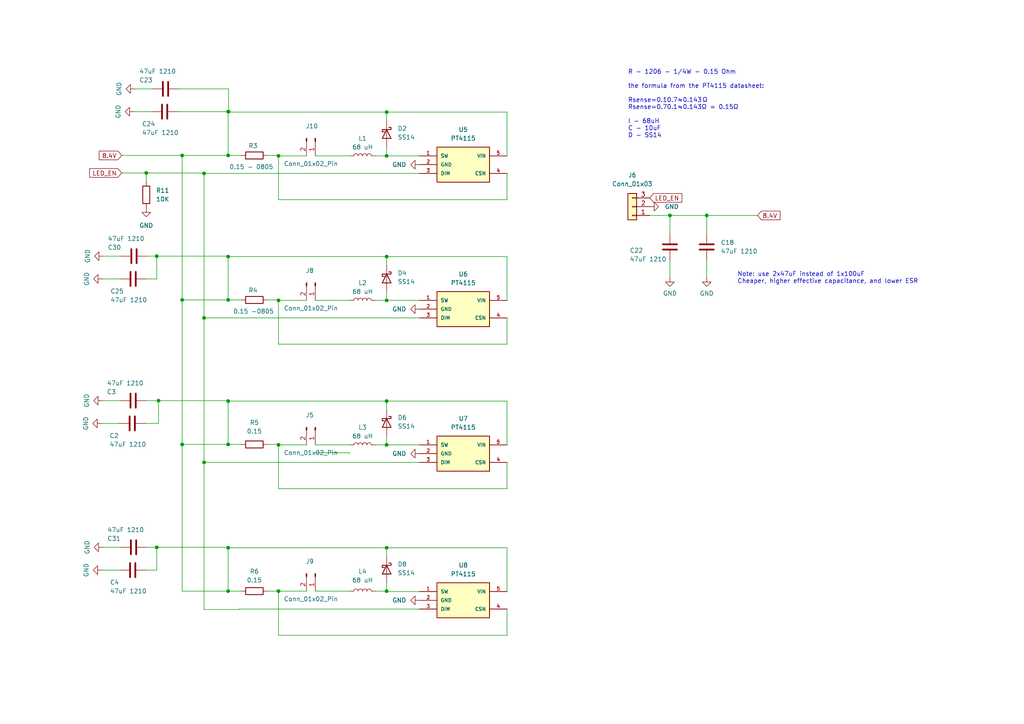
<source format=kicad_sch>
(kicad_sch (version 20230121) (generator eeschema)
  (paper "A4")
  (title_block (title "OpenActionCam") (date "2025-04-10") (rev "0.2") (company "KBader94") (comment 1 "https://github.com/kbader94/OpenActionCam"))
  (lib_symbols
    (symbol "Connector:Conn_01x02_Pin" (pin_names (offset 1.016) hide)
      (property "Reference" "J" (at 0 2.54 0))
      (property "Value" "Conn_01x02_Pin" (at 0 -5.08 0))
      (symbol "Conn_01x02_Pin_1_1"
        (polyline (pts (xy 1.27 -2.54) (xy 0.8636 -2.54)) (stroke (width 0.1524)))
        (polyline (pts (xy 1.27 0) (xy 0.8636 0)) (stroke (width 0.1524)))
        (rectangle (start 0.8636 -2.413) (end 0 -2.667) (stroke (width 0.1524)) (fill (type outline)))
        (rectangle (start 0.8636 0.127) (end 0 -0.127) (stroke (width 0.1524)) (fill (type outline)))
        (pin passive line (at 5.08 0 180) (length 3.81) (name "Pin_1") (number "1"))
        (pin passive line (at 5.08 -2.54 180) (length 3.81) (name "Pin_2") (number "2"))
      )
    )
    (symbol "Connector_Generic:Conn_01x03" (pin_names (offset 1.016) hide)
      (property "Reference" "J" (at 0 5.08 0))
      (property "Value" "Conn_01x03" (at 0 -5.08 0))
      (symbol "Conn_01x03_1_1"
        (rectangle (start -1.27 -2.413) (end 0 -2.667) (stroke (width 0.1524)))
        (rectangle (start -1.27 0.127) (end 0 -0.127) (stroke (width 0.1524)))
        (rectangle (start -1.27 2.667) (end 0 2.413) (stroke (width 0.1524)))
        (rectangle (start -1.27 3.81) (end 1.27 -3.81) (stroke (width 0.254)) (fill (type background)))
        (pin passive line (at -5.08 2.54 0) (length 3.81) (name "Pin_1") (number "1"))
        (pin passive line (at -5.08 0 0) (length 3.81) (name "Pin_2") (number "2"))
        (pin passive line (at -5.08 -2.54 0) (length 3.81) (name "Pin_3") (number "3"))
      )
    )
    (symbol "Device:C" (pin_numbers hide) (pin_names (offset 0.254))
      (property "Reference" "C" (at 0.635 2.54 0))
      (property "Value" "C" (at 0.635 -2.54 0))
      (symbol "C_0_1"
        (polyline (pts (xy -2.032 -0.762) (xy 2.032 -0.762)) (stroke (width 0.508)))
        (polyline (pts (xy -2.032 0.762) (xy 2.032 0.762)) (stroke (width 0.508)))
      )
      (symbol "C_1_1"
        (pin passive line (at 0 3.81 270) (length 2.794) (name "~") (number "1"))
        (pin passive line (at 0 -3.81 90) (length 2.794) (name "~") (number "2"))
      )
    )
    (symbol "Device:D_Schottky" (pin_numbers hide) (pin_names (offset 1.016) hide)
      (property "Reference" "D" (at 0 2.54 0))
      (property "Value" "D_Schottky" (at 0 -2.54 0))
      (symbol "D_Schottky_0_1"
        (polyline (pts (xy 1.27 0) (xy -1.27 0)))
        (polyline (pts (xy 1.27 1.27) (xy 1.27 -1.27) (xy -1.27 0) (xy 1.27 1.27)) (stroke (width 0.254)))
        (polyline (pts (xy -1.905 0.635) (xy -1.905 1.27) (xy -1.27 1.27) (xy -1.27 -1.27) (xy -0.635 -1.27) (xy -0.635 -0.635)) (stroke (width 0.254)))
      )
      (symbol "D_Schottky_1_1"
        (pin passive line (at -3.81 0 0) (length 2.54) (name "K") (number "1"))
        (pin passive line (at 3.81 0 180) (length 2.54) (name "A") (number "2"))
      )
    )
    (symbol "Device:L" (pin_numbers hide) (pin_names (offset 1.016) hide)
      (property "Reference" "L" (at -1.27 0 90))
      (property "Value" "L" (at 1.905 0 90))
      (symbol "L_0_1"
        (arc (start 0 -2.54) (mid 0.6323 -1.905) (end 0 -1.27))
        (arc (start 0 -1.27) (mid 0.6323 -0.635) (end 0 0))
        (arc (start 0 0) (mid 0.6323 0.635) (end 0 1.27))
        (arc (start 0 1.27) (mid 0.6323 1.905) (end 0 2.54))
      )
      (symbol "L_1_1"
        (pin passive line (at 0 3.81 270) (length 1.27) (name "1") (number "1"))
        (pin passive line (at 0 -3.81 90) (length 1.27) (name "2") (number "2"))
      )
    )
    (symbol "Device:R" (pin_numbers hide) (pin_names (offset 0))
      (property "Reference" "R" (at 2.032 0 90))
      (property "Value" "R" (at 0 0 90))
      (symbol "R_0_1"
        (rectangle (start -1.016 -2.54) (end 1.016 2.54) (stroke (width 0.254)))
      )
      (symbol "R_1_1"
        (pin passive line (at 0 3.81 270) (length 1.27) (name "~") (number "1"))
        (pin passive line (at 0 -3.81 90) (length 1.27) (name "~") (number "2"))
      )
    )
    (symbol "PT4115:PT4115" (pin_names (offset 1.016))
      (property "Reference" "U" (at 0 0 0))
      (property "Value" "PT4115" (at 0 0 0))
      (symbol "PT4115_0_0"
        (rectangle (start -7.62 -5.08) (end 7.62 5.08) (stroke (width 0.254)) (fill (type background)))
        (pin bidirectional line (at -12.7 2.54 0) (length 5.08) (name "SW") (number "1"))
        (pin bidirectional line (at -12.7 0 0) (length 5.08) (name "GND") (number "2"))
        (pin bidirectional line (at -12.7 -2.54 0) (length 5.08) (name "DIM") (number "3"))
        (pin bidirectional line (at 12.7 -2.54 180) (length 5.08) (name "CSN") (number "4"))
        (pin bidirectional line (at 12.7 2.54 180) (length 5.08) (name "VIN") (number "5"))
      )
    )
    (symbol "power:GND" (power) (pin_names (offset 0))
      (property "Value" "GND" (at 0 -3.81 0))
      (symbol "GND_0_1"
        (polyline (pts (xy 0 0) (xy 0 -1.27) (xy 1.27 -1.27) (xy 0 -2.54) (xy -1.27 -1.27) (xy 0 -1.27)))
      )
      (symbol "GND_1_1"
        (pin power_in line (at 0 0 270) (length 0) hide (name "GND") (number "1"))
      )
    )
  )
  (junction (at 112.141 171.45))
  (junction (at 80.772 87.122))
  (junction (at 80.772 45.212))
  (junction (at 66.167 45.085))
  (junction (at 66.167 158.877))
  (junction (at 66.167 86.995))
  (junction (at 112.141 129.032))
  (junction (at 112.141 45.212))
  (junction (at 59.182 134.112))
  (junction (at 66.167 171.45))
  (junction (at 45.466 158.75))
  (junction (at 59.182 92.202))
  (junction (at 80.772 171.45))
  (junction (at 59.182 50.292))
  (junction (at 66.294 32.385))
  (junction (at 66.167 116.332))
  (junction (at 112.141 158.877))
  (junction (at 112.141 116.332))
  (junction (at 194.31 62.484))
  (junction (at 80.772 129.032))
  (junction (at 45.466 74.295))
  (junction (at 112.141 87.122))
  (junction (at 204.978 62.484))
  (junction (at 45.974 116.205))
  (junction (at 66.167 74.422))
  (junction (at 112.141 32.512))
  (junction (at 42.418 50.165))
  (junction (at 112.141 74.422))
  (junction (at 66.167 32.385))
  (junction (at 52.832 45.085))
  (junction (at 52.832 86.995))
  (junction (at 66.167 128.905))
  (junction (at 52.832 128.905))
  (wire (pts (xy 188.468 62.484) (xy 194.31 62.484)))
  (wire (pts (xy 66.167 32.385) (xy 66.294 32.385)))
  (wire (pts (xy 29.718 80.899) (xy 34.798 80.899)))
  (wire (pts (xy 35.306 45.085) (xy 52.832 45.085)))
  (wire (pts (xy 91.44 171.45) (xy 101.346 171.45)))
  (wire (pts (xy 80.772 45.212) (xy 88.9 45.212)))
  (wire (pts (xy 80.772 87.122) (xy 80.772 86.995)))
  (wire (pts (xy 77.597 86.995) (xy 80.772 86.995)))
  (wire (pts (xy 69.342 176.784) (xy 59.182 176.784)))
  (wire (pts (xy 147.066 74.422) (xy 147.066 87.122)))
  (wire (pts (xy 80.772 99.822) (xy 147.066 99.822)))
  (wire (pts (xy 45.974 122.809) (xy 45.974 116.205)))
  (wire (pts (xy 112.141 171.577) (xy 121.666 171.577)))
  (wire (pts (xy 59.182 134.112) (xy 59.182 176.784)))
  (wire (pts (xy 108.966 87.122) (xy 112.141 87.122)))
  (wire (pts (xy 66.167 74.422) (xy 112.141 74.422)))
  (wire (pts (xy 52.832 171.45) (xy 66.167 171.45)))
  (wire (pts (xy 42.418 116.205) (xy 45.974 116.205)))
  (wire (pts (xy 66.294 25.781) (xy 66.294 32.385)))
  (wire (pts (xy 29.464 122.809) (xy 34.544 122.809)))
  (wire (pts (xy 77.597 171.45) (xy 80.772 171.45)))
  (wire (pts (xy 80.772 184.277) (xy 147.066 184.277)))
  (wire (pts (xy 66.167 116.332) (xy 66.167 128.905)))
  (wire (pts (xy 45.466 80.899) (xy 45.466 74.295)))
  (wire (pts (xy 42.418 50.165) (xy 59.182 50.165)))
  (wire (pts (xy 42.418 80.899) (xy 45.466 80.899)))
  (wire (pts (xy 59.182 50.292) (xy 59.182 50.165)))
  (wire (pts (xy 69.342 176.657) (xy 121.666 176.657)))
  (wire (pts (xy 45.974 116.205) (xy 66.167 116.205)))
  (wire (pts (xy 80.772 99.822) (xy 80.772 87.122)))
  (wire (pts (xy 112.141 169.037) (xy 112.141 171.45)))
  (wire (pts (xy 147.066 99.822) (xy 147.066 92.202)))
  (wire (pts (xy 112.141 129.032) (xy 121.666 129.032)))
  (wire (pts (xy 52.832 86.995) (xy 52.832 128.905)))
  (wire (pts (xy 52.832 128.905) (xy 66.167 128.905)))
  (wire (pts (xy 29.972 74.295) (xy 35.052 74.295)))
  (wire (pts (xy 42.545 158.75) (xy 45.466 158.75)))
  (wire (pts (xy 51.562 32.385) (xy 66.167 32.385)))
  (wire (pts (xy 108.966 129.032) (xy 112.141 129.032)))
  (wire (pts (xy 112.141 32.512) (xy 112.141 35.052)))
  (wire (pts (xy 101.346 131.318) (xy 101.346 131.572)))
  (wire (pts (xy 77.597 45.085) (xy 80.772 45.085)))
  (wire (pts (xy 29.591 165.354) (xy 34.671 165.354)))
  (wire (pts (xy 112.141 158.877) (xy 112.141 161.417)))
  (wire (pts (xy 66.167 158.877) (xy 66.167 171.45)))
  (wire (pts (xy 194.31 80.518) (xy 194.31 75.438)))
  (wire (pts (xy 147.066 184.277) (xy 147.066 176.657)))
  (wire (pts (xy 91.44 45.212) (xy 101.346 45.212)))
  (wire (pts (xy 112.141 42.672) (xy 112.141 45.212)))
  (wire (pts (xy 80.772 87.122) (xy 88.9 87.122)))
  (wire (pts (xy 59.182 50.292) (xy 59.182 92.202)))
  (wire (pts (xy 66.167 45.085) (xy 69.977 45.085)))
  (wire (pts (xy 29.845 158.75) (xy 34.925 158.75)))
  (wire (pts (xy 204.978 62.484) (xy 219.71 62.484)))
  (wire (pts (xy 91.44 129.032) (xy 101.346 129.032)))
  (wire (pts (xy 80.772 57.912) (xy 80.772 45.212)))
  (wire (pts (xy 42.418 52.705) (xy 42.418 50.165)))
  (wire (pts (xy 59.182 92.202) (xy 59.182 134.112)))
  (wire (pts (xy 42.672 74.295) (xy 45.466 74.295)))
  (wire (pts (xy 66.167 74.422) (xy 66.167 74.295)))
  (wire (pts (xy 59.182 92.202) (xy 121.666 92.202)))
  (wire (pts (xy 112.141 126.492) (xy 112.141 129.032)))
  (wire (pts (xy 52.832 128.905) (xy 52.832 171.45)))
  (wire (pts (xy 66.167 32.385) (xy 66.167 45.085)))
  (wire (pts (xy 45.466 74.295) (xy 66.167 74.295)))
  (wire (pts (xy 91.44 131.318) (xy 101.346 131.318)))
  (wire (pts (xy 80.772 171.45) (xy 88.9 171.45)))
  (wire (pts (xy 112.141 32.512) (xy 147.066 32.512)))
  (wire (pts (xy 147.066 32.512) (xy 147.066 45.212)))
  (wire (pts (xy 147.066 141.732) (xy 147.066 134.112)))
  (wire (pts (xy 147.066 158.877) (xy 147.066 171.577)))
  (wire (pts (xy 39.116 25.781) (xy 44.196 25.781)))
  (wire (pts (xy 59.182 134.112) (xy 121.666 134.112)))
  (wire (pts (xy 80.772 184.277) (xy 80.772 171.45)))
  (wire (pts (xy 59.182 50.292) (xy 121.666 50.292)))
  (wire (pts (xy 66.167 86.995) (xy 52.832 86.995)))
  (wire (pts (xy 80.772 129.032) (xy 80.772 141.732)))
  (wire (pts (xy 108.966 171.45) (xy 112.141 171.45)))
  (wire (pts (xy 77.597 128.905) (xy 80.772 128.905)))
  (wire (pts (xy 204.978 80.518) (xy 204.978 75.438)))
  (wire (pts (xy 66.167 116.332) (xy 66.167 116.205)))
  (wire (pts (xy 66.167 158.877) (xy 66.167 158.75)))
  (wire (pts (xy 112.141 116.332) (xy 112.141 118.872)))
  (wire (pts (xy 66.294 32.512) (xy 66.294 32.385)))
  (wire (pts (xy 66.167 158.877) (xy 112.141 158.877)))
  (wire (pts (xy 45.466 165.354) (xy 45.466 158.75)))
  (wire (pts (xy 66.167 86.995) (xy 69.977 86.995)))
  (wire (pts (xy 80.772 141.732) (xy 147.066 141.732)))
  (wire (pts (xy 80.772 129.032) (xy 80.772 128.905)))
  (wire (pts (xy 35.306 50.165) (xy 42.418 50.165)))
  (wire (pts (xy 112.141 171.45) (xy 112.141 171.577)))
  (wire (pts (xy 42.291 165.354) (xy 45.466 165.354)))
  (wire (pts (xy 52.832 86.995) (xy 52.832 45.085)))
  (wire (pts (xy 147.066 116.332) (xy 147.066 129.032)))
  (wire (pts (xy 66.167 74.422) (xy 66.167 86.995)))
  (wire (pts (xy 29.718 116.205) (xy 34.798 116.205)))
  (wire (pts (xy 108.966 45.212) (xy 112.141 45.212)))
  (wire (pts (xy 66.167 116.332) (xy 112.141 116.332)))
  (wire (pts (xy 38.862 32.385) (xy 43.942 32.385)))
  (wire (pts (xy 80.772 45.212) (xy 80.772 45.085)))
  (wire (pts (xy 204.978 62.484) (xy 204.978 67.818)))
  (wire (pts (xy 112.141 84.582) (xy 112.141 87.122)))
  (wire (pts (xy 112.141 116.332) (xy 147.066 116.332)))
  (wire (pts (xy 80.772 57.912) (xy 147.066 57.912)))
  (wire (pts (xy 147.066 57.912) (xy 147.066 50.292)))
  (wire (pts (xy 52.832 45.085) (xy 66.167 45.085)))
  (wire (pts (xy 69.342 176.784) (xy 69.342 176.657)))
  (wire (pts (xy 112.141 158.877) (xy 147.066 158.877)))
  (wire (pts (xy 66.167 171.45) (xy 69.977 171.45)))
  (wire (pts (xy 51.816 25.781) (xy 66.294 25.781)))
  (wire (pts (xy 42.164 122.809) (xy 45.974 122.809)))
  (wire (pts (xy 112.141 87.122) (xy 121.666 87.122)))
  (wire (pts (xy 91.44 87.122) (xy 101.346 87.122)))
  (wire (pts (xy 112.141 74.422) (xy 112.141 76.962)))
  (wire (pts (xy 66.294 32.512) (xy 112.141 32.512)))
  (wire (pts (xy 45.466 158.75) (xy 66.167 158.75)))
  (wire (pts (xy 66.167 128.905) (xy 69.977 128.905)))
  (wire (pts (xy 194.31 62.484) (xy 194.31 67.818)))
  (wire (pts (xy 80.772 129.032) (xy 88.9 129.032)))
  (wire (pts (xy 194.31 62.484) (xy 204.978 62.484)))
  (wire (pts (xy 112.141 74.422) (xy 147.066 74.422)))
  (wire (pts (xy 112.141 45.212) (xy 121.666 45.212)))
  (text "R - 1206 - 1/4W - 0.15 Ohm\n\nthe formula from the PT4115 datasheet:\n\nRsense=0.10.7≈0.143 Ω\nRsense​=0.70.1​≈0.143Ω = 0.15Ω\n\nI - 68uH\nC - 10uF\nD - SS14\n" (at 182.118 40.132 0) (effects (font (size 1.27 1.27)) (justify left bottom)))
  (text "Note: use 2x47uF instead of 1x100uF\nCheaper, higher effective capacitance, and lower ESR\n" (at 213.868 82.423 0) (effects (font (size 1.27 1.27)) (justify left bottom)))
  (global_label "8.4V" (shape input) (at 219.71 62.484 0) (property "Intersheetrefs" "${INTERSHEET_REFS}" (effects hide)))
  (global_label "LED_EN" (shape input) (at 188.468 57.404 0) (property "Intersheetrefs" "${INTERSHEET_REFS}" (effects hide)))
  (global_label "8.4V" (shape input) (at 35.306 45.085 180) (property "Intersheetrefs" "${INTERSHEET_REFS}" (effects hide)))
  (global_label "LED_EN" (shape input) (at 35.306 50.165 180) (property "Intersheetrefs" "${INTERSHEET_REFS}" (effects hide)))
  (symbol (lib_id "Device:L") (at 105.156 87.122 90) (unit 1)
    (property "Reference" "L2" (at 105.156 82.042 90))
    (property "Value" "68 uH" (at 105.156 84.582 90))
    (property "Footprint" "Inductor - DR74 68uH:DR74" (effects hide))
  )
  (symbol (lib_id "Device:C") (at 38.481 165.354 270) (unit 1)
    (property "Reference" "C4" (at 31.877 168.91 90) (effects (justify left)))
    (property "Value" "47uF 1210" (at 31.877 171.45 90) (effects (justify left)))
    (property "Footprint" "Resistor_SMD:R_1210_3225Metric_Pad1.30x2.65mm_HandSolder" (effects hide))
  )
  (symbol (lib_id "Connector:Conn_01x02_Pin") (at 91.44 40.132 270) (unit 1)
    (property "Reference" "J10" (at 88.646 36.576 90) (effects (justify left)))
    (property "Value" "Conn_01x02_Pin" (at 82.296 47.498 90) (effects (justify left)))
    (property "Footprint" "Connector_PinHeader_2.54mm:PinHeader_1x02_P2.54mm_Vertical" (effects hide))
  )
  (symbol (lib_id "Device:C") (at 38.608 116.205 270) (unit 1)
    (property "Reference" "C3" (at 30.988 113.665 90) (effects (justify left)))
    (property "Value" "47uF 1210" (at 30.988 111.125 90) (effects (justify left)))
    (property "Footprint" "Resistor_SMD:R_1210_3225Metric_Pad1.30x2.65mm_HandSolder" (effects hide))
  )
  (symbol (lib_id "power:GND") (at 29.464 122.809 270) (unit 1)
    (property "Reference" "#PWR09" (effects hide))
    (property "Value" "GND" (at 24.892 122.809 0))
  )
  (symbol (lib_id "Device:D_Schottky") (at 112.141 122.682 270) (unit 1)
    (property "Reference" "D6" (at 115.316 121.0945 90) (effects (justify left)))
    (property "Value" "SS14" (at 115.316 123.6345 90) (effects (justify left)))
    (property "Footprint" "Diode_SMD:D_SMA_Handsoldering" (effects hide))
  )
  (symbol (lib_id "power:GND") (at 39.116 25.781 270) (unit 1)
    (property "Reference" "#PWR035" (effects hide))
    (property "Value" "GND" (at 34.544 25.781 0))
  )
  (symbol (lib_id "power:GND") (at 121.666 47.752 270) (unit 1)
    (property "Reference" "#PWR08" (effects hide))
    (property "Value" "GND" (at 117.856 47.752 90) (effects (justify right)))
  )
  (symbol (lib_id "power:GND") (at 29.972 74.295 270) (unit 1)
    (property "Reference" "#PWR068" (effects hide))
    (property "Value" "GND" (at 25.4 74.295 0))
  )
  (symbol (lib_id "Device:D_Schottky") (at 112.141 38.862 270) (unit 1)
    (property "Reference" "D2" (at 115.316 37.2745 90) (effects (justify left)))
    (property "Value" "SS14" (at 115.316 39.8145 90) (effects (justify left)))
    (property "Footprint" "Diode_SMD:D_SMA_Handsoldering" (effects hide))
  )
  (symbol (lib_id "power:GND") (at 188.468 59.944 90) (unit 1)
    (property "Reference" "#PWR065" (effects hide))
    (property "Value" "GND" (at 192.786 59.944 90) (effects (justify right)))
  )
  (symbol (lib_id "power:GND") (at 29.718 80.899 270) (unit 1)
    (property "Reference" "#PWR058" (effects hide))
    (property "Value" "GND" (at 25.146 80.899 0))
  )
  (symbol (lib_id "PT4115:PT4115") (at 134.366 47.752 0) (unit 1)
    (property "Reference" "U5" (at 134.366 37.592 0))
    (property "Value" "PT4115" (at 134.366 40.132 0))
    (property "Footprint" "PT4115:SOT-89-5" (effects hide))
    (property "MF" "Pulse" (effects hide))
    (property "Description" "\n                        \n                            \n                        \n" (effects hide))
    (property "Package" "None" (effects hide))
    (property "Price" "None" (effects hide))
    (property "SnapEDA_Link" "https://www.snapeda.com/parts/PT4115/Pulse/view-part/?ref=snap" (effects hide))
    (property "MP" "PT4115" (effects hide))
    (property "Availability" "Not in stock" (effects hide))
    (property "Check_prices" "https://www.snapeda.com/parts/PT4115/Pulse/view-part/?ref=eda" (effects hide))
  )
  (symbol (lib_id "power:GND") (at 121.666 131.572 270) (unit 1)
    (property "Reference" "#PWR013" (effects hide))
    (property "Value" "GND" (at 117.856 131.572 90) (effects (justify right)))
  )
  (symbol (lib_id "Connector:Conn_01x02_Pin") (at 91.44 82.042 270) (unit 1)
    (property "Reference" "J8" (at 88.646 78.486 90) (effects (justify left)))
    (property "Value" "Conn_01x02_Pin" (at 82.296 89.408 90) (effects (justify left)))
    (property "Footprint" "Connector_PinHeader_2.54mm:PinHeader_1x02_P2.54mm_Vertical" (effects hide))
  )
  (symbol (lib_id "Device:C") (at 194.31 71.628 0) (unit 1)
    (property "Reference" "C22" (at 182.626 72.644 0) (effects (justify left)))
    (property "Value" "47uF 1210" (at 182.626 75.184 0) (effects (justify left)))
    (property "Footprint" "Resistor_SMD:R_1210_3225Metric_Pad1.30x2.65mm_HandSolder" (effects hide))
  )
  (symbol (lib_id "Device:R") (at 42.418 56.515 0) (unit 1)
    (property "Reference" "R11" (at 45.212 55.245 0) (effects (justify left)))
    (property "Value" "10K" (at 45.212 57.785 0) (effects (justify left)))
    (property "Footprint" "Resistor_SMD:R_0603_1608Metric_Pad0.98x0.95mm_HandSolder" (effects hide))
  )
  (symbol (lib_id "Device:C") (at 38.735 158.75 270) (unit 1)
    (property "Reference" "C31" (at 31.115 156.21 90) (effects (justify left)))
    (property "Value" "47uF 1210" (at 31.115 153.67 90) (effects (justify left)))
    (property "Footprint" "Resistor_SMD:R_1210_3225Metric_Pad1.30x2.65mm_HandSolder" (effects hide))
  )
  (symbol (lib_id "Device:C") (at 38.608 80.899 270) (unit 1)
    (property "Reference" "C25" (at 32.004 84.455 90) (effects (justify left)))
    (property "Value" "47uF 1210" (at 32.004 86.995 90) (effects (justify left)))
    (property "Footprint" "Resistor_SMD:R_1210_3225Metric_Pad1.30x2.65mm_HandSolder" (effects hide))
  )
  (symbol (lib_id "Device:C") (at 38.354 122.809 270) (unit 1)
    (property "Reference" "C2" (at 31.75 126.365 90) (effects (justify left)))
    (property "Value" "47uF 1210" (at 31.75 128.905 90) (effects (justify left)))
    (property "Footprint" "Resistor_SMD:R_1210_3225Metric_Pad1.30x2.65mm_HandSolder" (effects hide))
  )
  (symbol (lib_id "power:GND") (at 121.666 174.117 270) (unit 1)
    (property "Reference" "#PWR015" (effects hide))
    (property "Value" "GND" (at 117.856 174.117 90) (effects (justify right)))
  )
  (symbol (lib_id "Device:L") (at 105.156 171.45 90) (unit 1)
    (property "Reference" "L4" (at 105.156 165.735 90))
    (property "Value" "68 uH" (at 105.156 168.275 90))
    (property "Footprint" "Inductor - DR74 68uH:DR74" (effects hide))
  )
  (symbol (lib_id "Device:R") (at 73.787 171.45 90) (unit 1)
    (property "Reference" "R6" (at 73.787 165.735 90))
    (property "Value" "0.15" (at 73.787 168.275 90))
    (property "Footprint" "Resistor_SMD:R_0805_2012Metric_Pad1.20x1.40mm_HandSolder" (effects hide))
  )
  (symbol (lib_id "power:GND") (at 29.591 165.354 270) (unit 1)
    (property "Reference" "#PWR012" (effects hide))
    (property "Value" "GND" (at 25.019 165.354 0))
  )
  (symbol (lib_id "Connector_Generic:Conn_01x03") (at 183.388 59.944 180) (unit 1)
    (property "Reference" "J6" (at 183.388 50.8 0))
    (property "Value" "Conn_01x03" (at 183.388 53.34 0))
    (property "Footprint" "Connector_PinHeader_2.54mm:PinHeader_1x03_P2.54mm_Vertical" (effects hide))
  )
  (symbol (lib_id "Device:C") (at 204.978 71.628 0) (unit 1)
    (property "Reference" "C18" (at 209.042 70.358 0) (effects (justify left)))
    (property "Value" "47uF 1210" (at 209.042 72.898 0) (effects (justify left)))
    (property "Footprint" "Resistor_SMD:R_1210_3225Metric_Pad1.30x2.65mm_HandSolder" (effects hide))
  )
  (symbol (lib_id "PT4115:PT4115") (at 134.366 89.662 0) (unit 1)
    (property "Reference" "U6" (at 134.366 79.502 0))
    (property "Value" "PT4115" (at 134.366 82.042 0))
    (property "Footprint" "PT4115:SOT-89-5" (effects hide))
    (property "MF" "Pulse" (effects hide))
    (property "Description" "\n                        \n                            \n                        \n" (effects hide))
    (property "Package" "None" (effects hide))
    (property "Price" "None" (effects hide))
    (property "SnapEDA_Link" "https://www.snapeda.com/parts/PT4115/Pulse/view-part/?ref=snap" (effects hide))
    (property "MP" "PT4115" (effects hide))
    (property "Availability" "Not in stock" (effects hide))
    (property "Check_prices" "https://www.snapeda.com/parts/PT4115/Pulse/view-part/?ref=eda" (effects hide))
  )
  (symbol (lib_id "power:GND") (at 204.978 80.518 0) (unit 1)
    (property "Reference" "#PWR033" (effects hide))
    (property "Value" "GND" (at 204.978 85.09 0))
  )
  (symbol (lib_id "power:GND") (at 38.862 32.385 270) (unit 1)
    (property "Reference" "#PWR036" (effects hide))
    (property "Value" "GND" (at 34.29 32.385 0))
  )
  (symbol (lib_id "power:GND") (at 42.418 60.325 0) (unit 1)
    (property "Reference" "#PWR026" (effects hide))
    (property "Value" "GND" (at 42.418 65.405 0))
  )
  (symbol (lib_id "Connector:Conn_01x02_Pin") (at 91.44 123.952 270) (unit 1)
    (property "Reference" "J5" (at 88.646 120.396 90) (effects (justify left)))
    (property "Value" "Conn_01x02_Pin" (at 82.296 131.318 90) (effects (justify left)))
    (property "Footprint" "Connector_PinHeader_2.54mm:PinHeader_1x02_P2.54mm_Vertical" (effects hide))
  )
  (symbol (lib_id "power:GND") (at 29.718 116.205 270) (unit 1)
    (property "Reference" "#PWR010" (effects hide))
    (property "Value" "GND" (at 25.146 116.205 0))
  )
  (symbol (lib_id "Device:C") (at 47.752 32.385 270) (unit 1)
    (property "Reference" "C24" (at 41.148 35.941 90) (effects (justify left)))
    (property "Value" "47uF 1210" (at 41.148 38.481 90) (effects (justify left)))
    (property "Footprint" "Resistor_SMD:R_1210_3225Metric_Pad1.30x2.65mm_HandSolder" (effects hide))
  )
  (symbol (lib_id "Device:C") (at 38.862 74.295 270) (unit 1)
    (property "Reference" "C30" (at 31.242 71.755 90) (effects (justify left)))
    (property "Value" "47uF 1210" (at 31.242 69.215 90) (effects (justify left)))
    (property "Footprint" "Resistor_SMD:R_1210_3225Metric_Pad1.30x2.65mm_HandSolder" (effects hide))
  )
  (symbol (lib_id "Device:R") (at 73.787 128.905 90) (unit 1)
    (property "Reference" "R5" (at 73.787 122.555 90))
    (property "Value" "0.15" (at 73.787 125.095 90))
    (property "Footprint" "Resistor_SMD:R_0805_2012Metric_Pad1.20x1.40mm_HandSolder" (effects hide))
  )
  (symbol (lib_id "Device:L") (at 105.156 129.032 90) (unit 1)
    (property "Reference" "L3" (at 105.156 123.952 90))
    (property "Value" "68 uH" (at 105.156 126.492 90))
    (property "Footprint" "Inductor - DR74 68uH:DR74" (effects hide))
  )
  (symbol (lib_id "power:GND") (at 121.666 89.662 270) (unit 1)
    (property "Reference" "#PWR011" (effects hide))
    (property "Value" "GND" (at 117.856 89.662 90) (effects (justify right)))
  )
  (symbol (lib_id "PT4115:PT4115") (at 134.366 131.572 0) (unit 1)
    (property "Reference" "U7" (at 134.366 121.412 0))
    (property "Value" "PT4115" (at 134.366 123.952 0))
    (property "Footprint" "PT4115:SOT-89-5" (effects hide))
    (property "MF" "Pulse" (effects hide))
    (property "Description" "\n                        \n                            \n                        \n" (effects hide))
    (property "Package" "None" (effects hide))
    (property "Price" "None" (effects hide))
    (property "SnapEDA_Link" "https://www.snapeda.com/parts/PT4115/Pulse/view-part/?ref=snap" (effects hide))
    (property "MP" "PT4115" (effects hide))
    (property "Availability" "Not in stock" (effects hide))
    (property "Check_prices" "https://www.snapeda.com/parts/PT4115/Pulse/view-part/?ref=eda" (effects hide))
  )
  (symbol (lib_id "Device:D_Schottky") (at 112.141 165.227 270) (unit 1)
    (property "Reference" "D8" (at 115.316 163.6395 90) (effects (justify left)))
    (property "Value" "SS14" (at 115.316 166.1795 90) (effects (justify left)))
    (property "Footprint" "Diode_SMD:D_SMA_Handsoldering" (effects hide))
  )
  (symbol (lib_id "power:GND") (at 29.845 158.75 270) (unit 1)
    (property "Reference" "#PWR069" (effects hide))
    (property "Value" "GND" (at 25.273 158.75 0))
  )
  (symbol (lib_id "Device:R") (at 73.787 86.995 90) (unit 1)
    (property "Reference" "R4" (at 73.406 84.201 90))
    (property "Value" "0.15 -0805" (at 73.533 90.297 90))
    (property "Footprint" "Resistor_SMD:R_0805_2012Metric_Pad1.20x1.40mm_HandSolder" (effects hide))
  )
  (symbol (lib_id "Device:L") (at 105.156 45.212 90) (unit 1)
    (property "Reference" "L1" (at 105.156 40.132 90))
    (property "Value" "68 uH" (at 105.156 42.672 90))
    (property "Footprint" "Inductor - DR74 68uH:DR74" (effects hide))
  )
  (symbol (lib_id "Device:R") (at 73.787 45.085 90) (unit 1)
    (property "Reference" "R3" (at 73.406 42.291 90))
    (property "Value" "0.15 - 0805" (at 72.898 48.387 90))
    (property "Footprint" "Resistor_SMD:R_0805_2012Metric_Pad1.20x1.40mm_HandSolder" (effects hide))
  )
  (symbol (lib_id "PT4115:PT4115") (at 134.366 174.117 0) (unit 1)
    (property "Reference" "U8" (at 134.366 163.957 0))
    (property "Value" "PT4115" (at 134.366 166.497 0))
    (property "Footprint" "PT4115:SOT-89-5" (effects hide))
    (property "MF" "Pulse" (effects hide))
    (property "Description" "\n                        \n                            \n                        \n" (effects hide))
    (property "Package" "None" (effects hide))
    (property "Price" "None" (effects hide))
    (property "SnapEDA_Link" "https://www.snapeda.com/parts/PT4115/Pulse/view-part/?ref=snap" (effects hide))
    (property "MP" "PT4115" (effects hide))
    (property "Availability" "Not in stock" (effects hide))
    (property "Check_prices" "https://www.snapeda.com/parts/PT4115/Pulse/view-part/?ref=eda" (effects hide))
  )
  (symbol (lib_id "Device:D_Schottky") (at 112.141 80.772 270) (unit 1)
    (property "Reference" "D4" (at 115.316 79.1845 90) (effects (justify left)))
    (property "Value" "SS14" (at 115.316 81.7245 90) (effects (justify left)))
    (property "Footprint" "Diode_SMD:D_SMA_Handsoldering" (effects hide))
  )
  (symbol (lib_id "power:GND") (at 194.31 80.518 0) (unit 1)
    (property "Reference" "#PWR034" (effects hide))
    (property "Value" "GND" (at 194.31 85.09 0))
  )
  (symbol (lib_id "Connector:Conn_01x02_Pin") (at 91.44 166.37 270) (unit 1)
    (property "Reference" "J9" (at 88.646 162.814 90) (effects (justify left)))
    (property "Value" "Conn_01x02_Pin" (at 82.296 173.736 90) (effects (justify left)))
    (property "Footprint" "Connector_PinHeader_2.54mm:PinHeader_1x02_P2.54mm_Vertical" (effects hide))
  )
  (symbol (lib_id "Device:C") (at 48.006 25.781 270) (unit 1)
    (property "Reference" "C23" (at 40.386 23.241 90) (effects (justify left)))
    (property "Value" "47uF 1210" (at 40.386 20.701 90) (effects (justify left)))
    (property "Footprint" "Resistor_SMD:R_1210_3225Metric_Pad1.30x2.65mm_HandSolder" (effects hide))
  )
)
</source>
